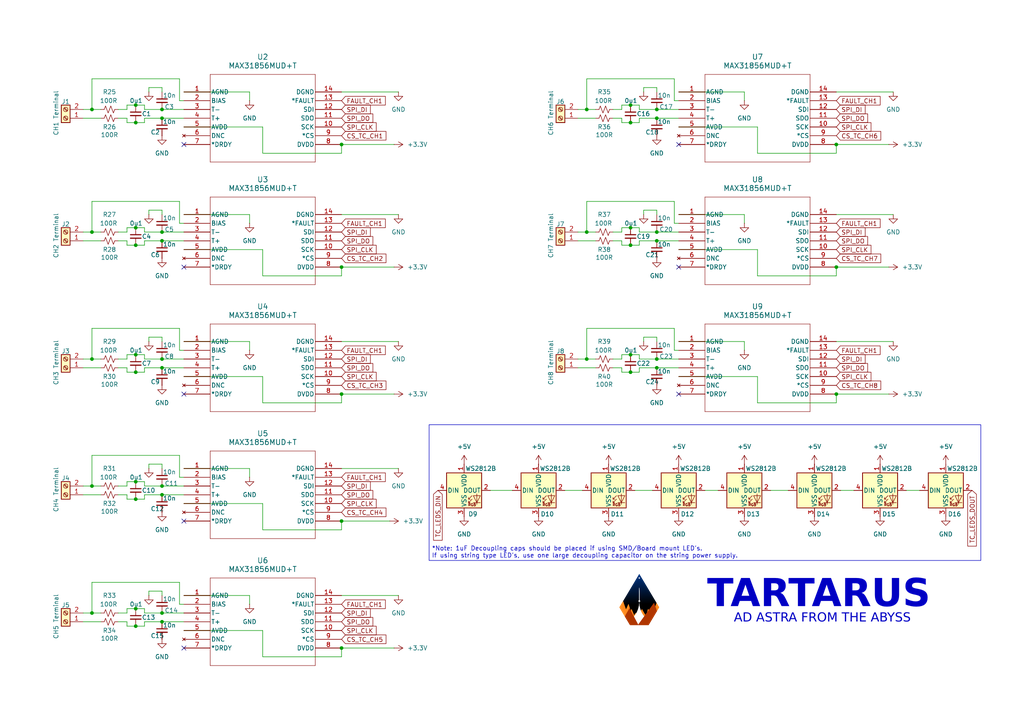
<source format=kicad_sch>
(kicad_sch (version 20231120) (generator "eeschema") (generator_version "8.0")
  (paper "A4")
  (lib_symbols
    (symbol "Connector:Screw_Terminal_01x02" (pin_names (offset 1.016) hide)
      (property "Reference" "J" (at 0 2.54 0))
      (property "Value" "Screw_Terminal_01x02" (at 0 -5.08 0))
      (symbol "Screw_Terminal_01x02_1_1"
        (pin passive line (at -5.08 0 0) (length 3.81) (name "Pin_1") (number "1"))
        (pin passive line (at -5.08 -2.54 0) (length 3.81) (name "Pin_2") (number "2"))
      )
    )
    (symbol "Device:C_Small" (pin_numbers hide) (pin_names (offset 0.254) hide)
      (property "Reference" "C" (at 0.254 1.778 0))
      (property "Value" "C_Small" (at 0.254 -2.032 0))
      (symbol "C_Small_1_1"
        (pin passive line (at 0 2.54 270) (length 2.032) (name "~") (number "1"))
        (pin passive line (at 0 -2.54 90) (length 2.032) (name "~") (number "2"))
      )
    )
    (symbol "Device:R_Small_US" (pin_numbers hide) (pin_names (offset 0.254) hide)
      (property "Reference" "R" (at 0.762 0.508 0))
      (property "Value" "R_Small_US" (at 0.762 -1.016 0))
      (symbol "R_Small_US_1_1"
        (pin passive line (at 0 2.54 270) (length 1.016) (name "~") (number "1"))
        (pin passive line (at 0 -2.54 90) (length 1.016) (name "~") (number "2"))
      )
    )
    (symbol "LED:WS2812B" (pin_names (offset 0.254))
      (property "Reference" "D" (at 5.08 5.715 0))
      (property "Value" "WS2812B" (at 1.27 -5.715 0))
      (symbol "WS2812B_0_0"
        (text "RGB" (at 2.286 -4.191 0) (effects (font (size 0.762 0.762))))
      )
      (symbol "WS2812B_1_1"
        (pin power_in line (at 0 7.62 270) (length 2.54) (name "VDD") (number "1"))
        (pin output line (at 7.62 0 180) (length 2.54) (name "DOUT") (number "2"))
        (pin power_in line (at 0 -7.62 90) (length 2.54) (name "VSS") (number "3"))
        (pin input line (at -7.62 0 0) (length 2.54) (name "DIN") (number "4"))
      )
    )
    (symbol "MAX31856:MAX31856MUD+T" (pin_names (offset 0.254))
      (property "Reference" "U" (at 22.86 10.16 0))
      (property "Value" "MAX31856MUD+T" (at 22.86 7.62 0))
      (symbol "MAX31856MUD+T_0_1"
        (pin power_out line (at 0 0 0) (length 7.62) (name "AGND") (number "1"))
        (pin unspecified line (at 45.72 -10.16 180) (length 7.62) (name "SCK") (number "10"))
        (pin unspecified line (at 45.72 -7.62 180) (length 7.62) (name "SDO") (number "11"))
        (pin unspecified line (at 45.72 -5.08 180) (length 7.62) (name "SDI") (number "12"))
        (pin unspecified line (at 45.72 -2.54 180) (length 7.62) (name "*FAULT") (number "13"))
        (pin power_out line (at 45.72 0 180) (length 7.62) (name "DGND") (number "14"))
        (pin unspecified line (at 0 -2.54 0) (length 7.62) (name "BIAS") (number "2"))
        (pin unspecified line (at 0 -5.08 0) (length 7.62) (name "T-") (number "3"))
        (pin unspecified line (at 0 -7.62 0) (length 7.62) (name "T+") (number "4"))
        (pin power_in line (at 0 -10.16 0) (length 7.62) (name "AVDD") (number "5"))
        (pin no_connect line (at 0 -12.7 0) (length 7.62) (name "DNC") (number "6"))
        (pin unspecified line (at 0 -15.24 0) (length 7.62) (name "*DRDY") (number "7"))
        (pin power_in line (at 45.72 -15.24 180) (length 7.62) (name "DVDD") (number "8"))
        (pin unspecified line (at 45.72 -12.7 180) (length 7.62) (name "*CS") (number "9"))
      )
    )
    (symbol "power:+3.3V" (power) (pin_numbers hide) (pin_names (offset 0) hide)
      (property "Value" "+3.3V" (at 0 3.556 0))
      (symbol "+3.3V_1_1"
        (pin power_in line (at 0 0 90) (length 0) (name "~") (number "1"))
      )
    )
    (symbol "power:+5V" (power) (pin_numbers hide) (pin_names (offset 0) hide)
      (property "Value" "+5V" (at 0 3.556 0))
      (symbol "+5V_1_1"
        (pin power_in line (at 0 0 90) (length 0) (name "~") (number "1"))
      )
    )
    (symbol "power:GND" (power) (pin_numbers hide) (pin_names (offset 0) hide)
      (property "Value" "GND" (at 0 -3.81 0))
      (symbol "GND_1_1"
        (pin power_in line (at 0 0 270) (length 0) (name "~") (number "1"))
      )
    )
  )
  (junction (at 46.99 69.85))
  (junction (at 39.37 30.48))
  (junction (at 190.5 31.75))
  (junction (at 39.37 71.12))
  (junction (at 182.88 71.12))
  (junction (at 190.5 104.14))
  (junction (at 190.5 67.31))
  (junction (at 242.57 77.47))
  (junction (at 39.37 66.04))
  (junction (at 46.99 104.14))
  (junction (at 190.5 69.85))
  (junction (at 190.5 106.68))
  (junction (at 190.5 34.29))
  (junction (at 170.18 67.31))
  (junction (at 46.99 34.29))
  (junction (at 99.06 187.96))
  (junction (at 39.37 102.87))
  (junction (at 26.67 31.75))
  (junction (at 39.37 35.56))
  (junction (at 182.88 102.87))
  (junction (at 39.37 107.95))
  (junction (at 46.99 67.31))
  (junction (at 39.37 144.78))
  (junction (at 170.18 31.75))
  (junction (at 99.06 151.13))
  (junction (at 26.67 140.97))
  (junction (at 99.06 41.91))
  (junction (at 46.99 180.34))
  (junction (at 46.99 177.8))
  (junction (at 182.88 107.95))
  (junction (at 39.37 139.7))
  (junction (at 242.57 114.3))
  (junction (at 182.88 35.56))
  (junction (at 46.99 106.68))
  (junction (at 26.67 177.8))
  (junction (at 39.37 181.61))
  (junction (at 99.06 114.3))
  (junction (at 26.67 104.14))
  (junction (at 39.37 176.53))
  (junction (at 170.18 104.14))
  (junction (at 182.88 66.04))
  (junction (at 46.99 140.97))
  (junction (at 99.06 77.47))
  (junction (at 46.99 143.51))
  (junction (at 46.99 31.75))
  (junction (at 242.57 41.91))
  (junction (at 26.67 67.31))
  (junction (at 182.88 30.48))
  (no_connect (at 53.34 114.3))
  (no_connect (at 196.85 114.3))
  (no_connect (at 53.34 77.47))
  (no_connect (at 53.34 41.91))
  (no_connect (at 53.34 187.96))
  (no_connect (at 53.34 151.13))
  (no_connect (at 196.85 41.91))
  (no_connect (at 196.85 77.47))
  (wire (pts (xy 36.83 181.61) (xy 39.37 181.61)))
  (wire (pts (xy 186.69 60.96) (xy 186.69 62.23)))
  (wire (pts (xy 180.34 106.68) (xy 180.34 107.95)))
  (wire (pts (xy 46.99 60.96) (xy 43.18 60.96)))
  (wire (pts (xy 190.5 69.85) (xy 196.85 69.85)))
  (wire (pts (xy 41.91 106.68) (xy 46.99 106.68)))
  (wire (pts (xy 177.8 34.29) (xy 180.34 34.29)))
  (wire (pts (xy 170.18 58.42) (xy 170.18 67.31)))
  (wire (pts (xy 170.18 31.75) (xy 167.64 31.75)))
  (wire (pts (xy 29.21 180.34) (xy 24.13 180.34)))
  (wire (pts (xy 39.37 181.61) (xy 41.91 181.61)))
  (wire (pts (xy 177.8 104.14) (xy 180.34 104.14)))
  (wire (pts (xy 46.99 69.85) (xy 53.34 69.85)))
  (wire (pts (xy 52.07 175.26) (xy 52.07 168.91)))
  (wire (pts (xy 39.37 71.12) (xy 41.91 71.12)))
  (wire (pts (xy 72.39 172.72) (xy 72.39 175.26)))
  (wire (pts (xy 41.91 102.87) (xy 41.91 104.14)))
  (wire (pts (xy 76.2 80.01) (xy 99.06 80.01)))
  (wire (pts (xy 180.34 69.85) (xy 180.34 71.12)))
  (wire (pts (xy 39.37 102.87) (xy 41.91 102.87)))
  (wire (pts (xy 196.85 29.21) (xy 195.58 29.21)))
  (wire (pts (xy 219.71 72.39) (xy 219.71 80.01)))
  (wire (pts (xy 34.29 34.29) (xy 36.83 34.29)))
  (wire (pts (xy 29.21 177.8) (xy 26.67 177.8)))
  (wire (pts (xy 26.67 177.8) (xy 24.13 177.8)))
  (wire (pts (xy 99.06 153.67) (xy 99.06 151.13)))
  (wire (pts (xy 36.83 177.8) (xy 36.83 176.53)))
  (wire (pts (xy 99.06 77.47) (xy 114.3 77.47)))
  (wire (pts (xy 76.2 109.22) (xy 76.2 116.84)))
  (wire (pts (xy 43.18 60.96) (xy 43.18 62.23)))
  (wire (pts (xy 41.91 139.7) (xy 41.91 140.97)))
  (wire (pts (xy 53.34 99.06) (xy 72.39 99.06)))
  (wire (pts (xy 46.99 104.14) (xy 53.34 104.14)))
  (wire (pts (xy 242.57 77.47) (xy 257.81 77.47)))
  (wire (pts (xy 52.07 168.91) (xy 26.67 168.91)))
  (wire (pts (xy 180.34 34.29) (xy 180.34 35.56)))
  (wire (pts (xy 36.83 69.85) (xy 36.83 71.12)))
  (wire (pts (xy 196.85 109.22) (xy 219.71 109.22)))
  (wire (pts (xy 36.83 143.51) (xy 36.83 144.78)))
  (wire (pts (xy 29.21 34.29) (xy 24.13 34.29)))
  (wire (pts (xy 26.67 31.75) (xy 24.13 31.75)))
  (wire (pts (xy 99.06 99.06) (xy 115.57 99.06)))
  (wire (pts (xy 46.99 135.89) (xy 46.99 134.62)))
  (wire (pts (xy 99.06 116.84) (xy 99.06 114.3)))
  (wire (pts (xy 41.91 71.12) (xy 41.91 69.85)))
  (wire (pts (xy 36.83 139.7) (xy 39.37 139.7)))
  (wire (pts (xy 99.06 80.01) (xy 99.06 77.47)))
  (wire (pts (xy 190.5 67.31) (xy 196.85 67.31)))
  (wire (pts (xy 76.2 153.67) (xy 99.06 153.67)))
  (wire (pts (xy 36.83 176.53) (xy 39.37 176.53)))
  (wire (pts (xy 41.91 177.8) (xy 46.99 177.8)))
  (wire (pts (xy 52.07 58.42) (xy 26.67 58.42)))
  (wire (pts (xy 76.2 72.39) (xy 76.2 80.01)))
  (wire (pts (xy 180.34 30.48) (xy 182.88 30.48)))
  (wire (pts (xy 204.47 142.24) (xy 208.28 142.24)))
  (wire (pts (xy 219.71 109.22) (xy 219.71 116.84)))
  (wire (pts (xy 41.91 104.14) (xy 46.99 104.14)))
  (wire (pts (xy 36.83 140.97) (xy 36.83 139.7)))
  (wire (pts (xy 190.5 62.23) (xy 190.5 60.96)))
  (wire (pts (xy 72.39 62.23) (xy 72.39 64.77)))
  (wire (pts (xy 39.37 35.56) (xy 41.91 35.56)))
  (wire (pts (xy 76.2 44.45) (xy 99.06 44.45)))
  (wire (pts (xy 190.5 26.67) (xy 190.5 25.4)))
  (wire (pts (xy 243.84 142.24) (xy 247.65 142.24)))
  (wire (pts (xy 196.85 26.67) (xy 215.9 26.67)))
  (wire (pts (xy 242.57 114.3) (xy 257.81 114.3)))
  (wire (pts (xy 99.06 41.91) (xy 114.3 41.91)))
  (wire (pts (xy 53.34 175.26) (xy 52.07 175.26)))
  (wire (pts (xy 53.34 146.05) (xy 76.2 146.05)))
  (wire (pts (xy 172.72 34.29) (xy 167.64 34.29)))
  (wire (pts (xy 72.39 26.67) (xy 72.39 29.21)))
  (wire (pts (xy 41.91 30.48) (xy 41.91 31.75)))
  (wire (pts (xy 36.83 67.31) (xy 36.83 66.04)))
  (wire (pts (xy 219.71 36.83) (xy 219.71 44.45)))
  (wire (pts (xy 242.57 116.84) (xy 242.57 114.3)))
  (wire (pts (xy 182.88 71.12) (xy 185.42 71.12)))
  (wire (pts (xy 170.18 95.25) (xy 170.18 104.14)))
  (wire (pts (xy 196.85 101.6) (xy 195.58 101.6)))
  (wire (pts (xy 182.88 30.48) (xy 185.42 30.48)))
  (wire (pts (xy 185.42 102.87) (xy 185.42 104.14)))
  (wire (pts (xy 36.83 144.78) (xy 39.37 144.78)))
  (wire (pts (xy 41.91 181.61) (xy 41.91 180.34)))
  (wire (pts (xy 46.99 143.51) (xy 53.34 143.51)))
  (wire (pts (xy 53.34 29.21) (xy 52.07 29.21)))
  (wire (pts (xy 170.18 22.86) (xy 170.18 31.75)))
  (wire (pts (xy 52.07 64.77) (xy 52.07 58.42)))
  (wire (pts (xy 53.34 26.67) (xy 72.39 26.67)))
  (wire (pts (xy 26.67 104.14) (xy 24.13 104.14)))
  (wire (pts (xy 215.9 99.06) (xy 215.9 101.6)))
  (wire (pts (xy 190.5 99.06) (xy 190.5 97.79)))
  (wire (pts (xy 39.37 176.53) (xy 41.91 176.53)))
  (wire (pts (xy 172.72 106.68) (xy 167.64 106.68)))
  (wire (pts (xy 29.21 104.14) (xy 26.67 104.14)))
  (wire (pts (xy 170.18 67.31) (xy 167.64 67.31)))
  (wire (pts (xy 36.83 104.14) (xy 36.83 102.87)))
  (wire (pts (xy 180.34 31.75) (xy 180.34 30.48)))
  (wire (pts (xy 185.42 35.56) (xy 185.42 34.29)))
  (wire (pts (xy 180.34 66.04) (xy 182.88 66.04)))
  (wire (pts (xy 34.29 31.75) (xy 36.83 31.75)))
  (wire (pts (xy 172.72 31.75) (xy 170.18 31.75)))
  (wire (pts (xy 41.91 66.04) (xy 41.91 67.31)))
  (wire (pts (xy 99.06 190.5) (xy 99.06 187.96)))
  (wire (pts (xy 185.42 107.95) (xy 185.42 106.68)))
  (wire (pts (xy 46.99 99.06) (xy 46.99 97.79)))
  (wire (pts (xy 46.99 140.97) (xy 53.34 140.97)))
  (wire (pts (xy 34.29 140.97) (xy 36.83 140.97)))
  (wire (pts (xy 41.91 143.51) (xy 46.99 143.51)))
  (wire (pts (xy 36.83 35.56) (xy 39.37 35.56)))
  (wire (pts (xy 26.67 168.91) (xy 26.67 177.8)))
  (wire (pts (xy 215.9 26.67) (xy 215.9 29.21)))
  (wire (pts (xy 180.34 102.87) (xy 182.88 102.87)))
  (wire (pts (xy 172.72 67.31) (xy 170.18 67.31)))
  (wire (pts (xy 195.58 58.42) (xy 170.18 58.42)))
  (wire (pts (xy 46.99 97.79) (xy 43.18 97.79)))
  (wire (pts (xy 99.06 62.23) (xy 115.57 62.23)))
  (wire (pts (xy 53.34 72.39) (xy 76.2 72.39)))
  (wire (pts (xy 190.5 106.68) (xy 196.85 106.68)))
  (wire (pts (xy 76.2 146.05) (xy 76.2 153.67)))
  (wire (pts (xy 41.91 176.53) (xy 41.91 177.8)))
  (wire (pts (xy 36.83 30.48) (xy 39.37 30.48)))
  (wire (pts (xy 99.06 114.3) (xy 114.3 114.3)))
  (wire (pts (xy 29.21 31.75) (xy 26.67 31.75)))
  (wire (pts (xy 184.15 142.24) (xy 189.23 142.24)))
  (wire (pts (xy 72.39 99.06) (xy 72.39 101.6)))
  (wire (pts (xy 177.8 106.68) (xy 180.34 106.68)))
  (wire (pts (xy 29.21 143.51) (xy 24.13 143.51)))
  (wire (pts (xy 185.42 67.31) (xy 190.5 67.31)))
  (wire (pts (xy 41.91 35.56) (xy 41.91 34.29)))
  (wire (pts (xy 242.57 26.67) (xy 259.08 26.67)))
  (wire (pts (xy 99.06 151.13) (xy 113.03 151.13)))
  (wire (pts (xy 34.29 67.31) (xy 36.83 67.31)))
  (wire (pts (xy 41.91 69.85) (xy 46.99 69.85)))
  (wire (pts (xy 52.07 22.86) (xy 26.67 22.86)))
  (wire (pts (xy 26.67 67.31) (xy 24.13 67.31)))
  (wire (pts (xy 196.85 36.83) (xy 219.71 36.83)))
  (wire (pts (xy 41.91 31.75) (xy 46.99 31.75)))
  (wire (pts (xy 52.07 138.43) (xy 52.07 132.08)))
  (wire (pts (xy 223.52 142.24) (xy 228.6 142.24)))
  (wire (pts (xy 53.34 135.89) (xy 72.39 135.89)))
  (wire (pts (xy 29.21 140.97) (xy 26.67 140.97)))
  (wire (pts (xy 39.37 144.78) (xy 41.91 144.78)))
  (wire (pts (xy 26.67 22.86) (xy 26.67 31.75)))
  (wire (pts (xy 53.34 109.22) (xy 76.2 109.22)))
  (wire (pts (xy 34.29 180.34) (xy 36.83 180.34)))
  (wire (pts (xy 76.2 36.83) (xy 76.2 44.45)))
  (wire (pts (xy 242.57 99.06) (xy 259.08 99.06)))
  (wire (pts (xy 52.07 101.6) (xy 52.07 95.25)))
  (wire (pts (xy 26.67 58.42) (xy 26.67 67.31)))
  (wire (pts (xy 182.88 35.56) (xy 185.42 35.56)))
  (wire (pts (xy 195.58 101.6) (xy 195.58 95.25)))
  (wire (pts (xy 196.85 99.06) (xy 215.9 99.06)))
  (wire (pts (xy 182.88 66.04) (xy 185.42 66.04)))
  (wire (pts (xy 262.89 142.24) (xy 266.7 142.24)))
  (wire (pts (xy 36.83 107.95) (xy 39.37 107.95)))
  (wire (pts (xy 72.39 135.89) (xy 72.39 138.43)))
  (wire (pts (xy 172.72 104.14) (xy 170.18 104.14)))
  (wire (pts (xy 180.34 71.12) (xy 182.88 71.12)))
  (wire (pts (xy 196.85 72.39) (xy 219.71 72.39)))
  (wire (pts (xy 26.67 95.25) (xy 26.67 104.14)))
  (wire (pts (xy 43.18 134.62) (xy 43.18 135.89)))
  (wire (pts (xy 53.34 62.23) (xy 72.39 62.23)))
  (wire (pts (xy 76.2 190.5) (xy 99.06 190.5)))
  (wire (pts (xy 39.37 66.04) (xy 41.91 66.04)))
  (wire (pts (xy 39.37 30.48) (xy 41.91 30.48)))
  (wire (pts (xy 41.91 67.31) (xy 46.99 67.31)))
  (wire (pts (xy 190.5 31.75) (xy 196.85 31.75)))
  (wire (pts (xy 46.99 62.23) (xy 46.99 60.96)))
  (wire (pts (xy 182.88 107.95) (xy 185.42 107.95)))
  (wire (pts (xy 41.91 107.95) (xy 41.91 106.68)))
  (wire (pts (xy 43.18 171.45) (xy 43.18 172.72)))
  (wire (pts (xy 190.5 25.4) (xy 186.69 25.4)))
  (wire (pts (xy 46.99 134.62) (xy 43.18 134.62)))
  (wire (pts (xy 196.85 64.77) (xy 195.58 64.77)))
  (wire (pts (xy 34.29 104.14) (xy 36.83 104.14)))
  (wire (pts (xy 36.83 34.29) (xy 36.83 35.56)))
  (wire (pts (xy 242.57 44.45) (xy 242.57 41.91)))
  (wire (pts (xy 195.58 95.25) (xy 170.18 95.25)))
  (wire (pts (xy 99.06 187.96) (xy 114.3 187.96)))
  (wire (pts (xy 52.07 29.21) (xy 52.07 22.86)))
  (wire (pts (xy 46.99 171.45) (xy 43.18 171.45)))
  (wire (pts (xy 99.06 172.72) (xy 115.57 172.72)))
  (wire (pts (xy 46.99 25.4) (xy 43.18 25.4)))
  (wire (pts (xy 219.71 44.45) (xy 242.57 44.45)))
  (wire (pts (xy 185.42 66.04) (xy 185.42 67.31)))
  (wire (pts (xy 185.42 34.29) (xy 190.5 34.29)))
  (wire (pts (xy 53.34 64.77) (xy 52.07 64.77)))
  (wire (pts (xy 36.83 180.34) (xy 36.83 181.61)))
  (wire (pts (xy 99.06 26.67) (xy 115.57 26.67)))
  (wire (pts (xy 185.42 106.68) (xy 190.5 106.68)))
  (wire (pts (xy 185.42 30.48) (xy 185.42 31.75)))
  (wire (pts (xy 242.57 80.01) (xy 242.57 77.47)))
  (wire (pts (xy 53.34 138.43) (xy 52.07 138.43)))
  (wire (pts (xy 41.91 180.34) (xy 46.99 180.34)))
  (wire (pts (xy 53.34 36.83) (xy 76.2 36.83)))
  (wire (pts (xy 163.83 142.24) (xy 168.91 142.24)))
  (wire (pts (xy 196.85 62.23) (xy 215.9 62.23)))
  (wire (pts (xy 26.67 132.08) (xy 26.67 140.97)))
  (wire (pts (xy 195.58 29.21) (xy 195.58 22.86)))
  (wire (pts (xy 41.91 140.97) (xy 46.99 140.97)))
  (wire (pts (xy 26.67 140.97) (xy 24.13 140.97)))
  (wire (pts (xy 142.24 142.24) (xy 148.59 142.24)))
  (wire (pts (xy 190.5 97.79) (xy 186.69 97.79)))
  (wire (pts (xy 177.8 69.85) (xy 180.34 69.85)))
  (wire (pts (xy 43.18 97.79) (xy 43.18 99.06)))
  (wire (pts (xy 190.5 60.96) (xy 186.69 60.96)))
  (wire (pts (xy 76.2 182.88) (xy 76.2 190.5)))
  (wire (pts (xy 182.88 102.87) (xy 185.42 102.87)))
  (wire (pts (xy 46.99 177.8) (xy 53.34 177.8)))
  (wire (pts (xy 52.07 132.08) (xy 26.67 132.08)))
  (wire (pts (xy 46.99 106.68) (xy 53.34 106.68)))
  (wire (pts (xy 43.18 25.4) (xy 43.18 26.67)))
  (wire (pts (xy 41.91 144.78) (xy 41.91 143.51)))
  (wire (pts (xy 29.21 67.31) (xy 26.67 67.31)))
  (wire (pts (xy 36.83 31.75) (xy 36.83 30.48)))
  (wire (pts (xy 195.58 22.86) (xy 170.18 22.86)))
  (wire (pts (xy 180.34 107.95) (xy 182.88 107.95)))
  (wire (pts (xy 39.37 139.7) (xy 41.91 139.7)))
  (wire (pts (xy 46.99 180.34) (xy 53.34 180.34)))
  (wire (pts (xy 46.99 26.67) (xy 46.99 25.4)))
  (wire (pts (xy 185.42 71.12) (xy 185.42 69.85)))
  (wire (pts (xy 52.07 95.25) (xy 26.67 95.25)))
  (wire (pts (xy 46.99 31.75) (xy 53.34 31.75)))
  (wire (pts (xy 34.29 177.8) (xy 36.83 177.8)))
  (wire (pts (xy 190.5 104.14) (xy 196.85 104.14)))
  (wire (pts (xy 53.34 182.88) (xy 76.2 182.88)))
  (wire (pts (xy 170.18 104.14) (xy 167.64 104.14)))
  (wire (pts (xy 34.29 69.85) (xy 36.83 69.85)))
  (wire (pts (xy 29.21 69.85) (xy 24.13 69.85)))
  (wire (pts (xy 99.06 135.89) (xy 115.57 135.89)))
  (wire (pts (xy 76.2 116.84) (xy 99.06 116.84)))
  (wire (pts (xy 219.71 80.01) (xy 242.57 80.01)))
  (wire (pts (xy 172.72 69.85) (xy 167.64 69.85)))
  (wire (pts (xy 186.69 97.79) (xy 186.69 99.06)))
  (wire (pts (xy 190.5 34.29) (xy 196.85 34.29)))
  (wire (pts (xy 53.34 101.6) (xy 52.07 101.6)))
  (wire (pts (xy 180.34 67.31) (xy 180.34 66.04)))
  (wire (pts (xy 36.83 102.87) (xy 39.37 102.87)))
  (wire (pts (xy 185.42 31.75) (xy 190.5 31.75)))
  (wire (pts (xy 180.34 35.56) (xy 182.88 35.56)))
  (wire (pts (xy 36.83 71.12) (xy 39.37 71.12)))
  (wire (pts (xy 195.58 64.77) (xy 195.58 58.42)))
  (wire (pts (xy 242.57 62.23) (xy 259.08 62.23)))
  (wire (pts (xy 53.34 172.72) (xy 72.39 172.72)))
  (wire (pts (xy 46.99 172.72) (xy 46.99 171.45)))
  (wire (pts (xy 36.83 66.04) (xy 39.37 66.04)))
  (wire (pts (xy 36.83 106.68) (xy 36.83 107.95)))
  (wire (pts (xy 215.9 62.23) (xy 215.9 64.77)))
  (wire (pts (xy 180.34 104.14) (xy 180.34 102.87)))
  (wire (pts (xy 99.06 44.45) (xy 99.06 41.91)))
  (wire (pts (xy 186.69 25.4) (xy 186.69 26.67)))
  (wire (pts (xy 29.21 106.68) (xy 24.13 106.68)))
  (wire (pts (xy 46.99 67.31) (xy 53.34 67.31)))
  (wire (pts (xy 41.91 34.29) (xy 46.99 34.29)))
  (wire (pts (xy 34.29 143.51) (xy 36.83 143.51)))
  (wire (pts (xy 185.42 104.14) (xy 190.5 104.14)))
  (wire (pts (xy 34.29 106.68) (xy 36.83 106.68)))
  (wire (pts (xy 39.37 107.95) (xy 41.91 107.95)))
  (wire (pts (xy 46.99 34.29) (xy 53.34 34.29)))
  (wire (pts (xy 242.57 41.91) (xy 257.81 41.91)))
  (wire (pts (xy 185.42 69.85) (xy 190.5 69.85)))
  (wire (pts (xy 177.8 67.31) (xy 180.34 67.31)))
  (wire (pts (xy 219.71 116.84) (xy 242.57 116.84)))
  (wire (pts (xy 177.8 31.75) (xy 180.34 31.75)))
  (rectangle (start 124.46 123.19) (end 284.48 162.56))
  (image (at 185.42 175.26) (scale 0.0421478))
  (text "TARTARUS" (at 237.49 174.752 0) (effects (font (size 8 8) (thickness 1.6) (bold yes))))
  (text "AD ASTRA FROM THE ABYSS" (at 238.506 180.086 0) (effects (font (size 2.6 2.6))))
  (text "*Note: 1uF Decoupling caps should be placed if using SMD/Board mount LED's. \nIf using string type LED's, use one large decoupling capacitor on the string power supply." (at 125.222 160.274 0) (effects (font (size 1.27 1.27)) (justify left)))
  (global_label "FAULT_CH1" (shape input) (at 99.06 64.77 0) (property "Intersheetrefs" "${INTERSHEET_REFS}" (effects (hide yes))))
  (global_label "CS_TC_CH3" (shape input) (at 99.06 111.76 0) (property "Intersheetrefs" "${INTERSHEET_REFS}" (effects (hide yes))))
  (global_label "SPI_CLK" (shape input) (at 99.06 182.88 0) (property "Intersheetrefs" "${INTERSHEET_REFS}" (effects (hide yes))))
  (global_label "FAULT_CH1" (shape input) (at 99.06 101.6 0) (property "Intersheetrefs" "${INTERSHEET_REFS}" (effects (hide yes))))
  (global_label "SPI_DO" (shape input) (at 99.06 106.68 0) (property "Intersheetrefs" "${INTERSHEET_REFS}" (effects (hide yes))))
  (global_label "SPI_CLK" (shape input) (at 99.06 146.05 0) (property "Intersheetrefs" "${INTERSHEET_REFS}" (effects (hide yes))))
  (global_label "SPI_DI" (shape input) (at 99.06 177.8 0) (property "Intersheetrefs" "${INTERSHEET_REFS}" (effects (hide yes))))
  (global_label "SPI_DO" (shape input) (at 242.57 34.29 0) (property "Intersheetrefs" "${INTERSHEET_REFS}" (effects (hide yes))))
  (global_label "CS_TC_CH6" (shape input) (at 242.57 39.37 0) (property "Intersheetrefs" "${INTERSHEET_REFS}" (effects (hide yes))))
  (global_label "FAULT_CH1" (shape input) (at 99.06 138.43 0) (property "Intersheetrefs" "${INTERSHEET_REFS}" (effects (hide yes))))
  (global_label "SPI_DI" (shape input) (at 242.57 31.75 0) (property "Intersheetrefs" "${INTERSHEET_REFS}" (effects (hide yes))))
  (global_label "FAULT_CH1" (shape input) (at 99.06 29.21 0) (property "Intersheetrefs" "${INTERSHEET_REFS}" (effects (hide yes))))
  (global_label "CS_TC_CH2" (shape input) (at 99.06 74.93 0) (property "Intersheetrefs" "${INTERSHEET_REFS}" (effects (hide yes))))
  (global_label "FAULT_CH1" (shape input) (at 242.57 64.77 0) (property "Intersheetrefs" "${INTERSHEET_REFS}" (effects (hide yes))))
  (global_label "SPI_DI" (shape input) (at 99.06 140.97 0) (property "Intersheetrefs" "${INTERSHEET_REFS}" (effects (hide yes))))
  (global_label "CS_TC_CH5" (shape input) (at 99.06 185.42 0) (property "Intersheetrefs" "${INTERSHEET_REFS}" (effects (hide yes))))
  (global_label "TC_LEDS_DOUT" (shape input) (at 281.94 142.24 270) (property "Intersheetrefs" "${INTERSHEET_REFS}" (effects (hide yes))))
  (global_label "CS_TC_CH4" (shape input) (at 99.06 148.59 0) (property "Intersheetrefs" "${INTERSHEET_REFS}" (effects (hide yes))))
  (global_label "FAULT_CH1" (shape input) (at 242.57 29.21 0) (property "Intersheetrefs" "${INTERSHEET_REFS}" (effects (hide yes))))
  (global_label "SPI_CLK" (shape input) (at 242.57 36.83 0) (property "Intersheetrefs" "${INTERSHEET_REFS}" (effects (hide yes))))
  (global_label "SPI_CLK" (shape input) (at 99.06 72.39 0) (property "Intersheetrefs" "${INTERSHEET_REFS}" (effects (hide yes))))
  (global_label "SPI_DO" (shape input) (at 99.06 143.51 0) (property "Intersheetrefs" "${INTERSHEET_REFS}" (effects (hide yes))))
  (global_label "SPI_DO" (shape input) (at 242.57 106.68 0) (property "Intersheetrefs" "${INTERSHEET_REFS}" (effects (hide yes))))
  (global_label "SPI_CLK" (shape input) (at 242.57 72.39 0) (property "Intersheetrefs" "${INTERSHEET_REFS}" (effects (hide yes))))
  (global_label "TC_LEDS_DIN" (shape input) (at 127 142.24 270) (property "Intersheetrefs" "${INTERSHEET_REFS}" (effects (hide yes))))
  (global_label "SPI_DI" (shape input) (at 99.06 31.75 0) (property "Intersheetrefs" "${INTERSHEET_REFS}" (effects (hide yes))))
  (global_label "SPI_DO" (shape input) (at 99.06 180.34 0) (property "Intersheetrefs" "${INTERSHEET_REFS}" (effects (hide yes))))
  (global_label "SPI_DI" (shape input) (at 242.57 67.31 0) (property "Intersheetrefs" "${INTERSHEET_REFS}" (effects (hide yes))))
  (global_label "SPI_DI" (shape input) (at 99.06 104.14 0) (property "Intersheetrefs" "${INTERSHEET_REFS}" (effects (hide yes))))
  (global_label "CS_TC_CH7" (shape input) (at 242.57 74.93 0) (property "Intersheetrefs" "${INTERSHEET_REFS}" (effects (hide yes))))
  (global_label "CS_TC_CH1" (shape input) (at 99.06 39.37 0) (property "Intersheetrefs" "${INTERSHEET_REFS}" (effects (hide yes))))
  (global_label "SPI_CLK" (shape input) (at 99.06 109.22 0) (property "Intersheetrefs" "${INTERSHEET_REFS}" (effects (hide yes))))
  (global_label "SPI_DO" (shape input) (at 99.06 69.85 0) (property "Intersheetrefs" "${INTERSHEET_REFS}" (effects (hide yes))))
  (global_label "SPI_CLK" (shape input) (at 99.06 36.83 0) (property "Intersheetrefs" "${INTERSHEET_REFS}" (effects (hide yes))))
  (global_label "CS_TC_CH8" (shape input) (at 242.57 111.76 0) (property "Intersheetrefs" "${INTERSHEET_REFS}" (effects (hide yes))))
  (global_label "SPI_DI" (shape input) (at 99.06 67.31 0) (property "Intersheetrefs" "${INTERSHEET_REFS}" (effects (hide yes))))
  (global_label "SPI_CLK" (shape input) (at 242.57 109.22 0) (property "Intersheetrefs" "${INTERSHEET_REFS}" (effects (hide yes))))
  (global_label "FAULT_CH1" (shape input) (at 99.06 175.26 0) (property "Intersheetrefs" "${INTERSHEET_REFS}" (effects (hide yes))))
  (global_label "SPI_DO" (shape input) (at 242.57 69.85 0) (property "Intersheetrefs" "${INTERSHEET_REFS}" (effects (hide yes))))
  (global_label "SPI_DO" (shape input) (at 99.06 34.29 0) (property "Intersheetrefs" "${INTERSHEET_REFS}" (effects (hide yes))))
  (global_label "FAULT_CH1" (shape input) (at 242.57 101.6 0) (property "Intersheetrefs" "${INTERSHEET_REFS}" (effects (hide yes))))
  (global_label "SPI_DI" (shape input) (at 242.57 104.14 0) (property "Intersheetrefs" "${INTERSHEET_REFS}" (effects (hide yes))))
  (symbol (lib_id "Device:C_Small") (at 46.99 146.05 0) (unit 1)
    (property "Reference" "C12" (at 43.688 147.574 0) (effects (justify left)))
    (property "Value" "10n" (at 47.244 144.526 0) (effects (justify left)))
    (property "Description" "Unpolarized capacitor, small symbol" (effects (hide yes)))
  )
  (symbol (lib_id "Device:C_Small") (at 46.99 29.21 0) (unit 1)
    (property "Reference" "C3" (at 47.752 30.988 0) (effects (justify left)))
    (property "Value" "10n" (at 47.244 27.686 0) (effects (justify left)))
    (property "Description" "Unpolarized capacitor, small symbol" (effects (hide yes)))
  )
  (symbol (lib_id "power:+3.3V") (at 114.3 187.96 270) (unit 1)
    (property "Reference" "#PWR056" (effects (hide yes)))
    (property "Value" "+3.3V" (at 118.11 187.9599 90) (effects (justify left)))
    (property "Description" "Power symbol creates a global label with name \"+3.3V\"" (effects (hide yes)))
  )
  (symbol (lib_id "MAX31856:MAX31856MUD+T") (at 53.34 62.23 0) (unit 1)
    (property "Reference" "U3" (at 76.2 52.07 0) (effects (font (size 1.524 1.524))))
    (property "Value" "MAX31856MUD+T" (at 76.2 54.61 0) (effects (font (size 1.524 1.524))))
    (property "Datasheet" "MAX31856MUD+T" (effects (hide yes)))
  )
  (symbol (lib_id "Device:C_Small") (at 46.99 36.83 0) (unit 1)
    (property "Reference" "C2" (at 43.688 38.354 0) (effects (justify left)))
    (property "Value" "10n" (at 47.244 35.306 0) (effects (justify left)))
    (property "Description" "Unpolarized capacitor, small symbol" (effects (hide yes)))
  )
  (symbol (lib_id "power:GND") (at 215.9 64.77 0) (unit 1)
    (property "Reference" "#PWR065" (effects (hide yes)))
    (property "Value" "GND" (at 215.9 69.85 0))
    (property "Description" "Power symbol creates a global label with name \"GND\" , ground" (effects (hide yes)))
  )
  (symbol (lib_id "power:GND") (at 215.9 29.21 0) (unit 1)
    (property "Reference" "#PWR060" (effects (hide yes)))
    (property "Value" "GND" (at 215.9 34.29 0))
    (property "Description" "Power symbol creates a global label with name \"GND\" , ground" (effects (hide yes)))
  )
  (symbol (lib_id "power:GND") (at 46.99 39.37 0) (unit 1)
    (property "Reference" "#PWR033" (effects (hide yes)))
    (property "Value" "GND" (at 46.99 44.45 0))
    (property "Description" "Power symbol creates a global label with name \"GND\" , ground" (effects (hide yes)))
  )
  (symbol (lib_id "LED:WS2812B") (at 176.53 142.24 0) (unit 1)
    (property "Reference" "D11" (at 179.07 149.098 0))
    (property "Value" "WS2812B" (at 181.356 135.89 0))
    (property "Footprint" "LED_SMD:LED_WS2812B_PLCC4_5.0x5.0mm_P3.2mm" (effects (hide yes)))
    (property "Datasheet" "https://cdn-shop.adafruit.com/datasheets/WS2812B.pdf" (effects (hide yes)))
    (property "Description" "RGB LED with integrated controller" (effects (hide yes)))
  )
  (symbol (lib_id "power:+5V") (at 236.22 134.62 0) (unit 1)
    (property "Reference" "#PWR083" (effects (hide yes)))
    (property "Value" "+5V" (at 236.22 129.54 0))
    (property "Description" "Power symbol creates a global label with name \"+5V\"" (effects (hide yes)))
  )
  (symbol (lib_id "power:+3.3V") (at 114.3 114.3 270) (unit 1)
    (property "Reference" "#PWR046" (effects (hide yes)))
    (property "Value" "+3.3V" (at 118.11 114.2999 90) (effects (justify left)))
    (property "Description" "Power symbol creates a global label with name \"+3.3V\"" (effects (hide yes)))
  )
  (symbol (lib_id "power:+5V") (at 134.62 134.62 0) (unit 1)
    (property "Reference" "#PWR073" (effects (hide yes)))
    (property "Value" "+5V" (at 134.62 129.54 0))
    (property "Description" "Power symbol creates a global label with name \"+5V\"" (effects (hide yes)))
  )
  (symbol (lib_id "Connector:Screw_Terminal_01x02") (at 19.05 143.51 180) (unit 1)
    (property "Reference" "J4" (at 19.05 138.684 0))
    (property "Value" "CH4 Terminal" (at 16.256 141.986 90))
    (property "Description" "Generic screw terminal, single row, 01x02, script generated (kicad-library-utils/schlib/autogen/connector/)" (effects (hide yes)))
  )
  (symbol (lib_id "Device:C_Small") (at 190.5 36.83 0) (unit 1)
    (property "Reference" "C18" (at 187.198 38.354 0) (effects (justify left)))
    (property "Value" "10n" (at 190.754 35.306 0) (effects (justify left)))
    (property "Description" "Unpolarized capacitor, small symbol" (effects (hide yes)))
  )
  (symbol (lib_id "MAX31856:MAX31856MUD+T") (at 196.85 62.23 0) (unit 1)
    (property "Reference" "U8" (at 219.71 52.07 0) (effects (font (size 1.524 1.524))))
    (property "Value" "MAX31856MUD+T" (at 219.71 54.61 0) (effects (font (size 1.524 1.524))))
    (property "Datasheet" "MAX31856MUD+T" (effects (hide yes)))
  )
  (symbol (lib_id "power:GND") (at 156.21 149.86 0) (unit 1)
    (property "Reference" "#PWR076" (effects (hide yes)))
    (property "Value" "GND" (at 156.21 154.94 0))
    (property "Description" "Power symbol creates a global label with name \"GND\" , ground" (effects (hide yes)))
  )
  (symbol (lib_id "Device:R_Small_US") (at 31.75 31.75 90) (unit 1)
    (property "Reference" "R25" (at 31.75 26.67 90))
    (property "Value" "100R" (at 31.496 29.21 90))
    (property "Description" "Resistor, small US symbol" (effects (hide yes)))
  )
  (symbol (lib_id "power:GND") (at 115.57 62.23 0) (unit 1)
    (property "Reference" "#PWR041" (effects (hide yes)))
    (property "Value" "GND" (at 115.57 67.31 0))
    (property "Description" "Power symbol creates a global label with name \"GND\" , ground" (effects (hide yes)))
  )
  (symbol (lib_id "Device:R_Small_US") (at 31.75 140.97 90) (unit 1)
    (property "Reference" "R31" (at 31.75 135.89 90))
    (property "Value" "100R" (at 31.496 138.43 90))
    (property "Description" "Resistor, small US symbol" (effects (hide yes)))
  )
  (symbol (lib_id "Device:C_Small") (at 46.99 72.39 0) (unit 1)
    (property "Reference" "C6" (at 43.688 73.914 0) (effects (justify left)))
    (property "Value" "10n" (at 47.244 70.866 0) (effects (justify left)))
    (property "Description" "Unpolarized capacitor, small symbol" (effects (hide yes)))
  )
  (symbol (lib_id "LED:WS2812B") (at 255.27 142.24 0) (unit 1)
    (property "Reference" "D15" (at 257.81 149.098 0))
    (property "Value" "WS2812B" (at 260.096 135.89 0))
    (property "Footprint" "LED_SMD:LED_WS2812B_PLCC4_5.0x5.0mm_P3.2mm" (effects (hide yes)))
    (property "Datasheet" "https://cdn-shop.adafruit.com/datasheets/WS2812B.pdf" (effects (hide yes)))
    (property "Description" "RGB LED with integrated controller" (effects (hide yes)))
  )
  (symbol (lib_id "Device:C_Small") (at 190.5 29.21 0) (unit 1)
    (property "Reference" "C17" (at 191.262 30.988 0) (effects (justify left)))
    (property "Value" "10n" (at 190.754 27.686 0) (effects (justify left)))
    (property "Description" "Unpolarized capacitor, small symbol" (effects (hide yes)))
  )
  (symbol (lib_id "LED:WS2812B") (at 274.32 142.24 0) (unit 1)
    (property "Reference" "D16" (at 276.86 149.098 0))
    (property "Value" "WS2812B" (at 279.146 135.89 0))
    (property "Footprint" "LED_SMD:LED_WS2812B_PLCC4_5.0x5.0mm_P3.2mm" (effects (hide yes)))
    (property "Datasheet" "https://cdn-shop.adafruit.com/datasheets/WS2812B.pdf" (effects (hide yes)))
    (property "Description" "RGB LED with integrated controller" (effects (hide yes)))
  )
  (symbol (lib_id "power:GND") (at 43.18 135.89 0) (unit 1)
    (property "Reference" "#PWR048" (effects (hide yes)))
    (property "Value" "GND" (effects (hide yes)))
    (property "Description" "Power symbol creates a global label with name \"GND\" , ground" (effects (hide yes)))
  )
  (symbol (lib_id "Device:C_Small") (at 39.37 142.24 0) (unit 1)
    (property "Reference" "C10" (at 41.148 142.24 0) (effects (justify left)))
    (property "Value" "0u1" (at 37.592 138.43 0) (effects (justify left)))
    (property "Description" "Unpolarized capacitor, small symbol" (effects (hide yes)))
  )
  (symbol (lib_id "power:GND") (at 190.5 39.37 0) (unit 1)
    (property "Reference" "#PWR059" (effects (hide yes)))
    (property "Value" "GND" (at 190.5 44.45 0))
    (property "Description" "Power symbol creates a global label with name \"GND\" , ground" (effects (hide yes)))
  )
  (symbol (lib_id "Device:R_Small_US") (at 31.75 180.34 90) (unit 1)
    (property "Reference" "R34" (at 31.75 182.88 90))
    (property "Value" "100R" (at 31.75 185.166 90))
    (property "Description" "Resistor, small US symbol" (effects (hide yes)))
  )
  (symbol (lib_id "power:GND") (at 190.5 111.76 0) (unit 1)
    (property "Reference" "#PWR069" (effects (hide yes)))
    (property "Value" "GND" (at 190.5 116.84 0))
    (property "Description" "Power symbol creates a global label with name \"GND\" , ground" (effects (hide yes)))
  )
  (symbol (lib_id "Device:R_Small_US") (at 175.26 31.75 90) (unit 1)
    (property "Reference" "R35" (at 175.26 26.67 90))
    (property "Value" "100R" (at 175.006 29.21 90))
    (property "Description" "Resistor, small US symbol" (effects (hide yes)))
  )
  (symbol (lib_id "LED:WS2812B") (at 134.62 142.24 0) (unit 1)
    (property "Reference" "D9" (at 137.16 149.098 0))
    (property "Value" "WS2812B" (at 139.446 135.89 0))
    (property "Footprint" "LED_SMD:LED_WS2812B_PLCC4_5.0x5.0mm_P3.2mm" (effects (hide yes)))
    (property "Datasheet" "https://cdn-shop.adafruit.com/datasheets/WS2812B.pdf" (effects (hide yes)))
    (property "Description" "RGB LED with integrated controller" (effects (hide yes)))
  )
  (symbol (lib_id "power:+3.3V") (at 257.81 77.47 270) (unit 1)
    (property "Reference" "#PWR066" (effects (hide yes)))
    (property "Value" "+3.3V" (at 261.62 77.4699 90) (effects (justify left)))
    (property "Description" "Power symbol creates a global label with name \"+3.3V\"" (effects (hide yes)))
  )
  (symbol (lib_id "Device:C_Small") (at 182.88 68.58 0) (unit 1)
    (property "Reference" "C19" (at 184.658 68.58 0) (effects (justify left)))
    (property "Value" "0u1" (at 181.102 64.77 0) (effects (justify left)))
    (property "Description" "Unpolarized capacitor, small symbol" (effects (hide yes)))
  )
  (symbol (lib_id "Connector:Screw_Terminal_01x02") (at 162.56 69.85 180) (unit 1)
    (property "Reference" "J7" (at 162.56 65.024 0))
    (property "Value" "CH7 Terminal" (at 159.766 68.326 90))
    (property "Description" "Generic screw terminal, single row, 01x02, script generated (kicad-library-utils/schlib/autogen/connector/)" (effects (hide yes)))
  )
  (symbol (lib_id "power:+5V") (at 255.27 134.62 0) (unit 1)
    (property "Reference" "#PWR087" (effects (hide yes)))
    (property "Value" "+5V" (at 255.27 129.54 0))
    (property "Description" "Power symbol creates a global label with name \"+5V\"" (effects (hide yes)))
  )
  (symbol (lib_id "power:GND") (at 259.08 62.23 0) (unit 1)
    (property "Reference" "#PWR067" (effects (hide yes)))
    (property "Value" "GND" (at 259.08 67.31 0))
    (property "Description" "Power symbol creates a global label with name \"GND\" , ground" (effects (hide yes)))
  )
  (symbol (lib_id "MAX31856:MAX31856MUD+T") (at 53.34 172.72 0) (unit 1)
    (property "Reference" "U6" (at 76.2 162.56 0) (effects (font (size 1.524 1.524))))
    (property "Value" "MAX31856MUD+T" (at 76.2 165.1 0) (effects (font (size 1.524 1.524))))
    (property "Datasheet" "MAX31856MUD+T" (effects (hide yes)))
  )
  (symbol (lib_id "Connector:Screw_Terminal_01x02") (at 19.05 69.85 180) (unit 1)
    (property "Reference" "J2" (at 19.05 65.024 0))
    (property "Value" "CH2 Terminal" (at 16.256 68.326 90))
    (property "Description" "Generic screw terminal, single row, 01x02, script generated (kicad-library-utils/schlib/autogen/connector/)" (effects (hide yes)))
  )
  (symbol (lib_id "power:+3.3V") (at 257.81 41.91 270) (unit 1)
    (property "Reference" "#PWR061" (effects (hide yes)))
    (property "Value" "+3.3V" (at 261.62 41.9099 90) (effects (justify left)))
    (property "Description" "Power symbol creates a global label with name \"+3.3V\"" (effects (hide yes)))
  )
  (symbol (lib_id "Device:R_Small_US") (at 175.26 34.29 90) (unit 1)
    (property "Reference" "R36" (at 175.26 36.83 90))
    (property "Value" "100R" (at 175.26 39.116 90))
    (property "Description" "Resistor, small US symbol" (effects (hide yes)))
  )
  (symbol (lib_id "Device:R_Small_US") (at 31.75 34.29 90) (unit 1)
    (property "Reference" "R26" (at 31.75 36.83 90))
    (property "Value" "100R" (at 31.75 39.116 90))
    (property "Description" "Resistor, small US symbol" (effects (hide yes)))
  )
  (symbol (lib_id "MAX31856:MAX31856MUD+T") (at 53.34 135.89 0) (unit 1)
    (property "Reference" "U5" (at 76.2 125.73 0) (effects (font (size 1.524 1.524))))
    (property "Value" "MAX31856MUD+T" (at 76.2 128.27 0) (effects (font (size 1.524 1.524))))
    (property "Datasheet" "MAX31856MUD+T" (effects (hide yes)))
  )
  (symbol (lib_id "Connector:Screw_Terminal_01x02") (at 162.56 106.68 180) (unit 1)
    (property "Reference" "J8" (at 162.56 101.854 0))
    (property "Value" "CH8 Terminal" (at 159.766 105.156 90))
    (property "Description" "Generic screw terminal, single row, 01x02, script generated (kicad-library-utils/schlib/autogen/connector/)" (effects (hide yes)))
  )
  (symbol (lib_id "Device:C_Small") (at 46.99 175.26 0) (unit 1)
    (property "Reference" "C14" (at 47.752 177.038 0) (effects (justify left)))
    (property "Value" "10n" (at 47.244 173.736 0) (effects (justify left)))
    (property "Description" "Unpolarized capacitor, small symbol" (effects (hide yes)))
  )
  (symbol (lib_id "power:+3.3V") (at 114.3 77.47 270) (unit 1)
    (property "Reference" "#PWR040" (effects (hide yes)))
    (property "Value" "+3.3V" (at 118.11 77.4699 90) (effects (justify left)))
    (property "Description" "Power symbol creates a global label with name \"+3.3V\"" (effects (hide yes)))
  )
  (symbol (lib_id "power:GND") (at 259.08 99.06 0) (unit 1)
    (property "Reference" "#PWR072" (effects (hide yes)))
    (property "Value" "GND" (at 259.08 104.14 0))
    (property "Description" "Power symbol creates a global label with name \"GND\" , ground" (effects (hide yes)))
  )
  (symbol (lib_id "power:+3.3V") (at 257.81 114.3 270) (unit 1)
    (property "Reference" "#PWR071" (effects (hide yes)))
    (property "Value" "+3.3V" (at 261.62 114.2999 90) (effects (justify left)))
    (property "Description" "Power symbol creates a global label with name \"+3.3V\"" (effects (hide yes)))
  )
  (symbol (lib_id "power:GND") (at 134.62 149.86 0) (unit 1)
    (property "Reference" "#PWR074" (effects (hide yes)))
    (property "Value" "GND" (at 134.62 154.94 0))
    (property "Description" "Power symbol creates a global label with name \"GND\" , ground" (effects (hide yes)))
  )
  (symbol (lib_id "Device:C_Small") (at 190.5 72.39 0) (unit 1)
    (property "Reference" "C21" (at 187.198 73.914 0) (effects (justify left)))
    (property "Value" "10n" (at 190.754 70.866 0) (effects (justify left)))
    (property "Description" "Unpolarized capacitor, small symbol" (effects (hide yes)))
  )
  (symbol (lib_id "power:GND") (at 72.39 29.21 0) (unit 1)
    (property "Reference" "#PWR035" (effects (hide yes)))
    (property "Value" "GND" (at 72.39 34.29 0))
    (property "Description" "Power symbol creates a global label with name \"GND\" , ground" (effects (hide yes)))
  )
  (symbol (lib_id "power:GND") (at 186.69 99.06 0) (unit 1)
    (property "Reference" "#PWR068" (effects (hide yes)))
    (property "Value" "GND" (effects (hide yes)))
    (property "Description" "Power symbol creates a global label with name \"GND\" , ground" (effects (hide yes)))
  )
  (symbol (lib_id "power:+3.3V") (at 113.03 151.13 270) (unit 1)
    (property "Reference" "#PWR051" (effects (hide yes)))
    (property "Value" "+3.3V" (at 116.84 151.1299 90) (effects (justify left)))
    (property "Description" "Power symbol creates a global label with name \"+3.3V\"" (effects (hide yes)))
  )
  (symbol (lib_id "Device:R_Small_US") (at 175.26 69.85 90) (unit 1)
    (property "Reference" "R38" (at 175.26 72.39 90))
    (property "Value" "100R" (at 175.26 74.676 90))
    (property "Description" "Resistor, small US symbol" (effects (hide yes)))
  )
  (symbol (lib_id "MAX31856:MAX31856MUD+T") (at 196.85 99.06 0) (unit 1)
    (property "Reference" "U9" (at 219.71 88.9 0) (effects (font (size 1.524 1.524))))
    (property "Value" "MAX31856MUD+T" (at 219.71 91.44 0) (effects (font (size 1.524 1.524))))
    (property "Datasheet" "MAX31856MUD+T" (effects (hide yes)))
  )
  (symbol (lib_id "Device:C_Small") (at 190.5 64.77 0) (unit 1)
    (property "Reference" "C20" (at 191.262 66.548 0) (effects (justify left)))
    (property "Value" "10n" (at 190.754 63.246 0) (effects (justify left)))
    (property "Description" "Unpolarized capacitor, small symbol" (effects (hide yes)))
  )
  (symbol (lib_id "power:GND") (at 115.57 26.67 0) (unit 1)
    (property "Reference" "#PWR025" (effects (hide yes)))
    (property "Value" "GND" (at 115.57 31.75 0))
    (property "Description" "Power symbol creates a global label with name \"GND\" , ground" (effects (hide yes)))
  )
  (symbol (lib_id "power:+5V") (at 176.53 134.62 0) (unit 1)
    (property "Reference" "#PWR077" (effects (hide yes)))
    (property "Value" "+5V" (at 176.53 129.54 0))
    (property "Description" "Power symbol creates a global label with name \"+5V\"" (effects (hide yes)))
  )
  (symbol (lib_id "Device:R_Small_US") (at 31.75 143.51 90) (unit 1)
    (property "Reference" "R32" (at 31.75 146.05 90))
    (property "Value" "100R" (at 31.75 148.336 90))
    (property "Description" "Resistor, small US symbol" (effects (hide yes)))
  )
  (symbol (lib_id "MAX31856:MAX31856MUD+T") (at 196.85 26.67 0) (unit 1)
    (property "Reference" "U7" (at 219.71 16.51 0) (effects (font (size 1.524 1.524))))
    (property "Value" "MAX31856MUD+T" (at 219.71 19.05 0) (effects (font (size 1.524 1.524))))
    (property "Datasheet" "MAX31856MUD+T" (effects (hide yes)))
  )
  (symbol (lib_id "power:GND") (at 190.5 74.93 0) (unit 1)
    (property "Reference" "#PWR064" (effects (hide yes)))
    (property "Value" "GND" (at 190.5 80.01 0))
    (property "Description" "Power symbol creates a global label with name \"GND\" , ground" (effects (hide yes)))
  )
  (symbol (lib_id "Connector:Screw_Terminal_01x02") (at 19.05 106.68 180) (unit 1)
    (property "Reference" "J3" (at 19.05 101.854 0))
    (property "Value" "CH3 Terminal" (at 16.256 105.156 90))
    (property "Description" "Generic screw terminal, single row, 01x02, script generated (kicad-library-utils/schlib/autogen/connector/)" (effects (hide yes)))
  )
  (symbol (lib_id "Device:R_Small_US") (at 175.26 106.68 90) (unit 1)
    (property "Reference" "R40" (at 175.26 109.22 90))
    (property "Value" "100R" (at 175.26 111.506 90))
    (property "Description" "Resistor, small US symbol" (effects (hide yes)))
  )
  (symbol (lib_id "Connector:Screw_Terminal_01x02") (at 19.05 34.29 180) (unit 1)
    (property "Reference" "J1" (at 19.05 29.464 0))
    (property "Value" "CH1 Terminal" (at 16.256 32.766 90))
    (property "Description" "Generic screw terminal, single row, 01x02, script generated (kicad-library-utils/schlib/autogen/connector/)" (effects (hide yes)))
  )
  (symbol (lib_id "power:GND") (at 274.32 149.86 0) (unit 1)
    (property "Reference" "#PWR086" (effects (hide yes)))
    (property "Value" "GND" (at 274.32 154.94 0))
    (property "Description" "Power symbol creates a global label with name \"GND\" , ground" (effects (hide yes)))
  )
  (symbol (lib_id "Connector:Screw_Terminal_01x02") (at 162.56 34.29 180) (unit 1)
    (property "Reference" "J6" (at 162.56 29.464 0))
    (property "Value" "CH6 Terminal" (at 159.766 32.766 90))
    (property "Description" "Generic screw terminal, single row, 01x02, script generated (kicad-library-utils/schlib/autogen/connector/)" (effects (hide yes)))
  )
  (symbol (lib_id "MAX31856:MAX31856MUD+T") (at 53.34 26.67 0) (unit 1)
    (property "Reference" "U2" (at 76.2 16.51 0) (effects (font (size 1.524 1.524))))
    (property "Value" "MAX31856MUD+T" (at 76.2 19.05 0) (effects (font (size 1.524 1.524))))
    (property "Datasheet" "MAX31856MUD+T" (effects (hide yes)))
  )
  (symbol (lib_id "Device:C_Small") (at 39.37 179.07 0) (unit 1)
    (property "Reference" "C13" (at 41.148 179.07 0) (effects (justify left)))
    (property "Value" "0u1" (at 37.592 175.26 0) (effects (justify left)))
    (property "Description" "Unpolarized capacitor, small symbol" (effects (hide yes)))
  )
  (symbol (lib_id "Device:R_Small_US") (at 31.75 67.31 90) (unit 1)
    (property "Reference" "R27" (at 31.75 62.23 90))
    (property "Value" "100R" (at 31.496 64.77 90))
    (property "Description" "Resistor, small US symbol" (effects (hide yes)))
  )
  (symbol (lib_id "Device:R_Small_US") (at 175.26 104.14 90) (unit 1)
    (property "Reference" "R39" (at 175.26 99.06 90))
    (property "Value" "100R" (at 175.006 101.6 90))
    (property "Description" "Resistor, small US symbol" (effects (hide yes)))
  )
  (symbol (lib_id "Device:C_Small") (at 46.99 138.43 0) (unit 1)
    (property "Reference" "C11" (at 47.752 140.208 0) (effects (justify left)))
    (property "Value" "10n" (at 47.244 136.906 0) (effects (justify left)))
    (property "Description" "Unpolarized capacitor, small symbol" (effects (hide yes)))
  )
  (symbol (lib_id "Device:C_Small") (at 46.99 109.22 0) (unit 1)
    (property "Reference" "C9" (at 43.688 110.744 0) (effects (justify left)))
    (property "Value" "10n" (at 47.244 107.696 0) (effects (justify left)))
    (property "Description" "Unpolarized capacitor, small symbol" (effects (hide yes)))
  )
  (symbol (lib_id "power:GND") (at 72.39 64.77 0) (unit 1)
    (property "Reference" "#PWR039" (effects (hide yes)))
    (property "Value" "GND" (at 72.39 69.85 0))
    (property "Description" "Power symbol creates a global label with name \"GND\" , ground" (effects (hide yes)))
  )
  (symbol (lib_id "Device:C_Small") (at 190.5 109.22 0) (unit 1)
    (property "Reference" "C24" (at 187.198 110.744 0) (effects (justify left)))
    (property "Value" "10n" (at 190.754 107.696 0) (effects (justify left)))
    (property "Description" "Unpolarized capacitor, small symbol" (effects (hide yes)))
  )
  (symbol (lib_id "LED:WS2812B") (at 156.21 142.24 0) (unit 1)
    (property "Reference" "D10" (at 158.75 149.098 0))
    (property "Value" "WS2812B" (at 161.036 135.89 0))
    (property "Footprint" "LED_SMD:LED_WS2812B_PLCC4_5.0x5.0mm_P3.2mm" (effects (hide yes)))
    (property "Datasheet" "https://cdn-shop.adafruit.com/datasheets/WS2812B.pdf" (effects (hide yes)))
    (property "Description" "RGB LED with integrated controller" (effects (hide yes)))
  )
  (symbol (lib_id "Device:R_Small_US") (at 31.75 69.85 90) (unit 1)
    (property "Reference" "R28" (at 31.75 72.39 90))
    (property "Value" "100R" (at 31.75 74.676 90))
    (property "Description" "Resistor, small US symbol" (effects (hide yes)))
  )
  (symbol (lib_id "power:GND") (at 43.18 99.06 0) (unit 1)
    (property "Reference" "#PWR042" (effects (hide yes)))
    (property "Value" "GND" (effects (hide yes)))
    (property "Description" "Power symbol creates a global label with name \"GND\" , ground" (effects (hide yes)))
  )
  (symbol (lib_id "Device:C_Small") (at 182.88 105.41 0) (unit 1)
    (property "Reference" "C22" (at 184.658 105.41 0) (effects (justify left)))
    (property "Value" "0u1" (at 181.102 101.6 0) (effects (justify left)))
    (property "Description" "Unpolarized capacitor, small symbol" (effects (hide yes)))
  )
  (symbol (lib_id "Device:C_Small") (at 46.99 64.77 0) (unit 1)
    (property "Reference" "C5" (at 47.752 66.548 0) (effects (justify left)))
    (property "Value" "10n" (at 47.244 63.246 0) (effects (justify left)))
    (property "Description" "Unpolarized capacitor, small symbol" (effects (hide yes)))
  )
  (symbol (lib_id "power:GND") (at 72.39 138.43 0) (unit 1)
    (property "Reference" "#PWR050" (effects (hide yes)))
    (property "Value" "GND" (at 72.39 143.51 0))
    (property "Description" "Power symbol creates a global label with name \"GND\" , ground" (effects (hide yes)))
  )
  (symbol (lib_id "power:GND") (at 46.99 111.76 0) (unit 1)
    (property "Reference" "#PWR043" (effects (hide yes)))
    (property "Value" "GND" (at 46.99 116.84 0))
    (property "Description" "Power symbol creates a global label with name \"GND\" , ground" (effects (hide yes)))
  )
  (symbol (lib_id "power:+5V") (at 196.85 134.62 0) (unit 1)
    (property "Reference" "#PWR079" (effects (hide yes)))
    (property "Value" "+5V" (at 196.85 129.54 0))
    (property "Description" "Power symbol creates a global label with name \"+5V\"" (effects (hide yes)))
  )
  (symbol (lib_id "power:GND") (at 46.99 185.42 0) (unit 1)
    (property "Reference" "#PWR054" (effects (hide yes)))
    (property "Value" "GND" (at 46.99 190.5 0))
    (property "Description" "Power symbol creates a global label with name \"GND\" , ground" (effects (hide yes)))
  )
  (symbol (lib_id "power:GND") (at 72.39 175.26 0) (unit 1)
    (property "Reference" "#PWR055" (effects (hide yes)))
    (property "Value" "GND" (at 72.39 180.34 0))
    (property "Description" "Power symbol creates a global label with name \"GND\" , ground" (effects (hide yes)))
  )
  (symbol (lib_id "power:GND") (at 259.08 26.67 0) (unit 1)
    (property "Reference" "#PWR062" (effects (hide yes)))
    (property "Value" "GND" (at 259.08 31.75 0))
    (property "Description" "Power symbol creates a global label with name \"GND\" , ground" (effects (hide yes)))
  )
  (symbol (lib_id "power:GND") (at 215.9 101.6 0) (unit 1)
    (property "Reference" "#PWR070" (effects (hide yes)))
    (property "Value" "GND" (at 215.9 106.68 0))
    (property "Description" "Power symbol creates a global label with name \"GND\" , ground" (effects (hide yes)))
  )
  (symbol (lib_id "power:GND") (at 72.39 101.6 0) (unit 1)
    (property "Reference" "#PWR045" (effects (hide yes)))
    (property "Value" "GND" (at 72.39 106.68 0))
    (property "Description" "Power symbol creates a global label with name \"GND\" , ground" (effects (hide yes)))
  )
  (symbol (lib_id "power:GND") (at 115.57 135.89 0) (unit 1)
    (property "Reference" "#PWR052" (effects (hide yes)))
    (property "Value" "GND" (at 115.57 140.97 0))
    (property "Description" "Power symbol creates a global label with name \"GND\" , ground" (effects (hide yes)))
  )
  (symbol (lib_id "power:GND") (at 43.18 172.72 0) (unit 1)
    (property "Reference" "#PWR053" (effects (hide yes)))
    (property "Value" "GND" (effects (hide yes)))
    (property "Description" "Power symbol creates a global label with name \"GND\" , ground" (effects (hide yes)))
  )
  (symbol (lib_id "power:GND") (at 115.57 172.72 0) (unit 1)
    (property "Reference" "#PWR057" (effects (hide yes)))
    (property "Value" "GND" (at 115.57 177.8 0))
    (property "Description" "Power symbol creates a global label with name \"GND\" , ground" (effects (hide yes)))
  )
  (symbol (lib_id "LED:WS2812B") (at 236.22 142.24 0) (unit 1)
    (property "Reference" "D14" (at 238.76 149.098 0))
    (property "Value" "WS2812B" (at 241.046 135.89 0))
    (property "Footprint" "LED_SMD:LED_WS2812B_PLCC4_5.0x5.0mm_P3.2mm" (effects (hide yes)))
    (property "Datasheet" "https://cdn-shop.adafruit.com/datasheets/WS2812B.pdf" (effects (hide yes)))
    (property "Description" "RGB LED with integrated controller" (effects (hide yes)))
  )
  (symbol (lib_id "power:+3.3V") (at 114.3 41.91 270) (unit 1)
    (property "Reference" "#PWR036" (effects (hide yes)))
    (property "Value" "+3.3V" (at 118.11 41.9099 90) (effects (justify left)))
    (property "Description" "Power symbol creates a global label with name \"+3.3V\"" (effects (hide yes)))
  )
  (symbol (lib_id "Device:C_Small") (at 46.99 101.6 0) (unit 1)
    (property "Reference" "C8" (at 47.752 103.378 0) (effects (justify left)))
    (property "Value" "10n" (at 47.244 100.076 0) (effects (justify left)))
    (property "Description" "Unpolarized capacitor, small symbol" (effects (hide yes)))
  )
  (symbol (lib_id "power:GND") (at 176.53 149.86 0) (unit 1)
    (property "Reference" "#PWR078" (effects (hide yes)))
    (property "Value" "GND" (at 176.53 154.94 0))
    (property "Description" "Power symbol creates a global label with name \"GND\" , ground" (effects (hide yes)))
  )
  (symbol (lib_id "MAX31856:MAX31856MUD+T") (at 53.34 99.06 0) (unit 1)
    (property "Reference" "U4" (at 76.2 88.9 0) (effects (font (size 1.524 1.524))))
    (property "Value" "MAX31856MUD+T" (at 76.2 91.44 0) (effects (font (size 1.524 1.524))))
    (property "Datasheet" "MAX31856MUD+T" (effects (hide yes)))
  )
  (symbol (lib_id "Device:C_Small") (at 39.37 33.02 0) (unit 1)
    (property "Reference" "C1" (at 41.148 33.02 0) (effects (justify left)))
    (property "Value" "0u1" (at 37.592 29.21 0) (effects (justify left)))
    (property "Description" "Unpolarized capacitor, small symbol" (effects (hide yes)))
  )
  (symbol (lib_id "Connector:Screw_Terminal_01x02") (at 19.05 180.34 180) (unit 1)
    (property "Reference" "J5" (at 19.05 175.514 0))
    (property "Value" "CH5 Terminal" (at 16.256 178.816 90))
    (property "Description" "Generic screw terminal, single row, 01x02, script generated (kicad-library-utils/schlib/autogen/connector/)" (effects (hide yes)))
  )
  (symbol (lib_id "power:GND") (at 255.27 149.86 0) (unit 1)
    (property "Reference" "#PWR085" (effects (hide yes)))
    (property "Value" "GND" (at 255.27 154.94 0))
    (property "Description" "Power symbol creates a global label with name \"GND\" , ground" (effects (hide yes)))
  )
  (symbol (lib_id "Device:C_Small") (at 46.99 182.88 0) (unit 1)
    (property "Reference" "C15" (at 43.688 184.404 0) (effects (justify left)))
    (property "Value" "10n" (at 47.244 181.356 0) (effects (justify left)))
    (property "Description" "Unpolarized capacitor, small symbol" (effects (hide yes)))
  )
  (symbol (lib_id "Device:C_Small") (at 39.37 68.58 0) (unit 1)
    (property "Reference" "C4" (at 41.148 68.58 0) (effects (justify left)))
    (property "Value" "0u1" (at 37.592 64.77 0) (effects (justify left)))
    (property "Description" "Unpolarized capacitor, small symbol" (effects (hide yes)))
  )
  (symbol (lib_id "power:+5V") (at 156.21 134.62 0) (unit 1)
    (property "Reference" "#PWR075" (effects (hide yes)))
    (property "Value" "+5V" (at 156.21 129.54 0))
    (property "Description" "Power symbol creates a global label with name \"+5V\"" (effects (hide yes)))
  )
  (symbol (lib_id "LED:WS2812B") (at 215.9 142.24 0) (unit 1)
    (property "Reference" "D13" (at 218.44 149.098 0))
    (property "Value" "WS2812B" (at 220.726 135.89 0))
    (property "Footprint" "LED_SMD:LED_WS2812B_PLCC4_5.0x5.0mm_P3.2mm" (effects (hide yes)))
    (property "Datasheet" "https://cdn-shop.adafruit.com/datasheets/WS2812B.pdf" (effects (hide yes)))
    (property "Description" "RGB LED with integrated controller" (effects (hide yes)))
  )
  (symbol (lib_id "Device:C_Small") (at 39.37 105.41 0) (unit 1)
    (property "Reference" "C7" (at 41.148 105.41 0) (effects (justify left)))
    (property "Value" "0u1" (at 37.592 101.6 0) (effects (justify left)))
    (property "Description" "Unpolarized capacitor, small symbol" (effects (hide yes)))
  )
  (symbol (lib_id "power:GND") (at 186.69 26.67 0) (unit 1)
    (property "Reference" "#PWR058" (effects (hide yes)))
    (property "Value" "GND" (effects (hide yes)))
    (property "Description" "Power symbol creates a global label with name \"GND\" , ground" (effects (hide yes)))
  )
  (symbol (lib_id "power:+5V") (at 274.32 134.62 0) (unit 1)
    (property "Reference" "#PWR088" (effects (hide yes)))
    (property "Value" "+5V" (at 274.32 129.54 0))
    (property "Description" "Power symbol creates a global label with name \"+5V\"" (effects (hide yes)))
  )
  (symbol (lib_id "Device:C_Small") (at 182.88 33.02 0) (unit 1)
    (property "Reference" "C16" (at 184.658 33.02 0) (effects (justify left)))
    (property "Value" "0u1" (at 181.102 29.21 0) (effects (justify left)))
    (property "Description" "Unpolarized capacitor, small symbol" (effects (hide yes)))
  )
  (symbol (lib_id "power:GND") (at 115.57 99.06 0) (unit 1)
    (property "Reference" "#PWR047" (effects (hide yes)))
    (property "Value" "GND" (at 115.57 104.14 0))
    (property "Description" "Power symbol creates a global label with name \"GND\" , ground" (effects (hide yes)))
  )
  (symbol (lib_id "power:GND") (at 186.69 62.23 0) (unit 1)
    (property "Reference" "#PWR063" (effects (hide yes)))
    (property "Value" "GND" (effects (hide yes)))
    (property "Description" "Power symbol creates a global label with name \"GND\" , ground" (effects (hide yes)))
  )
  (symbol (lib_id "Device:R_Small_US") (at 175.26 67.31 90) (unit 1)
    (property "Reference" "R37" (at 175.26 62.23 90))
    (property "Value" "100R" (at 175.006 64.77 90))
    (property "Description" "Resistor, small US symbol" (effects (hide yes)))
  )
  (symbol (lib_id "power:+5V") (at 215.9 134.62 0) (unit 1)
    (property "Reference" "#PWR081" (effects (hide yes)))
    (property "Value" "+5V" (at 215.9 129.54 0))
    (property "Description" "Power symbol creates a global label with name \"+5V\"" (effects (hide yes)))
  )
  (symbol (lib_id "power:GND") (at 46.99 74.93 0) (unit 1)
    (property "Reference" "#PWR038" (effects (hide yes)))
    (property "Value" "GND" (at 46.99 80.01 0))
    (property "Description" "Power symbol creates a global label with name \"GND\" , ground" (effects (hide yes)))
  )
  (symbol (lib_id "power:GND") (at 43.18 62.23 0) (unit 1)
    (property "Reference" "#PWR037" (effects (hide yes)))
    (property "Value" "GND" (effects (hide yes)))
    (property "Description" "Power symbol creates a global label with name \"GND\" , ground" (effects (hide yes)))
  )
  (symbol (lib_id "Device:C_Small") (at 190.5 101.6 0) (unit 1)
    (property "Reference" "C23" (at 191.262 103.378 0) (effects (justify left)))
    (property "Value" "10n" (at 190.754 100.076 0) (effects (justify left)))
    (property "Description" "Unpolarized capacitor, small symbol" (effects (hide yes)))
  )
  (symbol (lib_id "power:GND") (at 46.99 148.59 0) (unit 1)
    (property "Reference" "#PWR049" (effects (hide yes)))
    (property "Value" "GND" (at 46.99 153.67 0))
    (property "Description" "Power symbol creates a global label with name \"GND\" , ground" (effects (hide yes)))
  )
  (symbol (lib_id "Device:R_Small_US") (at 31.75 177.8 90) (unit 1)
    (property "Reference" "R33" (at 31.75 172.72 90))
    (property "Value" "100R" (at 31.496 175.26 90))
    (property "Description" "Resistor, small US symbol" (effects (hide yes)))
  )
  (symbol (lib_id "Device:R_Small_US") (at 31.75 106.68 90) (unit 1)
    (property "Reference" "R30" (at 31.75 109.22 90))
    (property "Value" "100R" (at 31.75 111.506 90))
    (property "Description" "Resistor, small US symbol" (effects (hide yes)))
  )
  (symbol (lib_id "power:GND") (at 236.22 149.86 0) (unit 1)
    (property "Reference" "#PWR084" (effects (hide yes)))
    (property "Value" "GND" (at 236.22 154.94 0))
    (property "Description" "Power symbol creates a global label with name \"GND\" , ground" (effects (hide yes)))
  )
  (symbol (lib_id "power:GND") (at 215.9 149.86 0) (unit 1)
    (property "Reference" "#PWR082" (effects (hide yes)))
    (property "Value" "GND" (at 215.9 154.94 0))
    (property "Description" "Power symbol creates a global label with name \"GND\" , ground" (effects (hide yes)))
  )
  (symbol (lib_id "Device:R_Small_US") (at 31.75 104.14 90) (unit 1)
    (property "Reference" "R29" (at 31.75 99.06 90))
    (property "Value" "100R" (at 31.496 101.6 90))
    (property "Description" "Resistor, small US symbol" (effects (hide yes)))
  )
  (symbol (lib_id "power:GND") (at 43.18 26.67 0) (unit 1)
    (property "Reference" "#PWR034" (effects (hide yes)))
    (property "Value" "GND" (effects (hide yes)))
    (property "Description" "Power symbol creates a global label with name \"GND\" , ground" (effects (hide yes)))
  )
  (symbol (lib_id "LED:WS2812B") (at 196.85 142.24 0) (unit 1)
    (property "Reference" "D12" (at 199.39 149.098 0))
    (property "Value" "WS2812B" (at 201.676 135.89 0))
    (property "Footprint" "LED_SMD:LED_WS2812B_PLCC4_5.0x5.0mm_P3.2mm" (effects (hide yes)))
    (property "Datasheet" "https://cdn-shop.adafruit.com/datasheets/WS2812B.pdf" (effects (hide yes)))
    (property "Description" "RGB LED with integrated controller" (effects (hide yes)))
  )
  (symbol (lib_id "power:GND") (at 196.85 149.86 0) (unit 1)
    (property "Reference" "#PWR080" (effects (hide yes)))
    (property "Value" "GND" (at 196.85 154.94 0))
    (property "Description" "Power symbol creates a global label with name \"GND\" , ground" (effects (hide yes)))
  )
)
</source>
